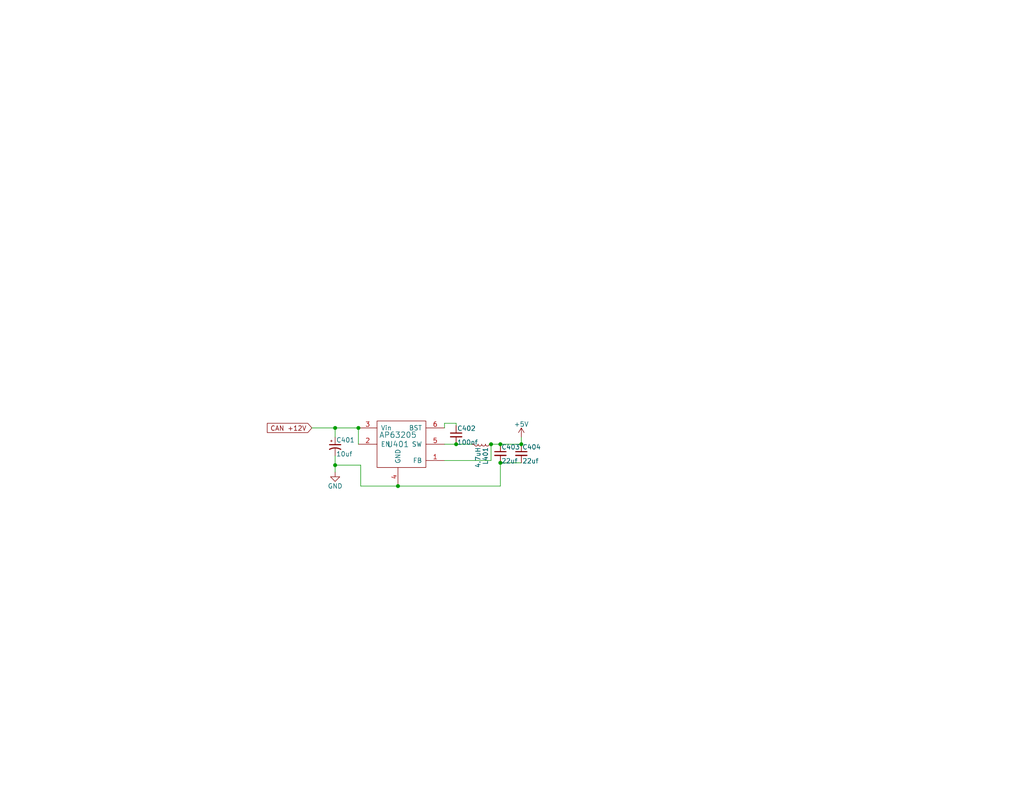
<source format=kicad_sch>
(kicad_sch (version 20211123) (generator eeschema)
  (paper "USLetter")
  (title_block (title "ESP32 S3 Multifunction Board") (rev "1.0") (company "Deepwoods Software") (comment 1 "Power Supply"))
  (lib_symbols
    (symbol "ESP32-Mini32-OctalBuffer-rescue:+5V" (power) (pin_names (offset 0))
      (property "Value" "+5V" (at 0 3.556 0))
      (symbol "+5V_0_1"
        (polyline (pts (xy -0.762 1.27) (xy 0 2.54)))
        (polyline (pts (xy 0 0) (xy 0 2.54)))
        (polyline (pts (xy 0 2.54) (xy 0.762 1.27)))
      )
      (symbol "+5V_1_1"
        (pin power_in line (at 0 0 90) (length 0) hide (name "+5V") (number "1"))
      )
    )
    (symbol "ESP32-Mini32-OctalBuffer-rescue:CP1_Small" (pin_numbers hide) (pin_names (offset 0.254) hide)
      (property "Reference" "C" (at 0.254 1.778 0))
      (property "Value" "CP1_Small" (at 0.254 -2.032 0))
      (symbol "CP1_Small_0_1"
        (polyline (pts (xy -1.524 0.508) (xy 1.524 0.508)) (stroke (width 0.3048)))
        (polyline (pts (xy -1.27 1.524) (xy -0.762 1.524)))
        (polyline (pts (xy -1.016 1.27) (xy -1.016 1.778)))
        (arc (start 1.524 -0.762) (mid 0 -0.3734) (end -1.524 -0.762) (stroke (width 0.3048)))
      )
      (symbol "CP1_Small_1_1"
        (pin passive line (at 0 2.54 270) (length 2.032) (name "~") (number "1"))
        (pin passive line (at 0 -2.54 90) (length 2.032) (name "~") (number "2"))
      )
    )
    (symbol "ESP32-Mini32-OctalBuffer-rescue:C_Small" (pin_numbers hide) (pin_names (offset 0.254) hide)
      (property "Reference" "C" (at 0.254 1.778 0))
      (property "Value" "C_Small" (at 0.254 -2.032 0))
      (symbol "C_Small_0_1"
        (polyline (pts (xy -1.524 -0.508) (xy 1.524 -0.508)) (stroke (width 0.3302)))
        (polyline (pts (xy -1.524 0.508) (xy 1.524 0.508)) (stroke (width 0.3048)))
      )
      (symbol "C_Small_1_1"
        (pin passive line (at 0 2.54 270) (length 2.032) (name "~") (number "1"))
        (pin passive line (at 0 -2.54 90) (length 2.032) (name "~") (number "2"))
      )
    )
    (symbol "ESP32-Mini32-OctalBuffer-rescue:GND" (power) (pin_names (offset 0))
      (property "Value" "GND" (at 0 -3.81 0))
      (symbol "GND_0_1"
        (polyline (pts (xy 0 0) (xy 0 -1.27) (xy 1.27 -1.27) (xy 0 -2.54) (xy -1.27 -1.27) (xy 0 -1.27)))
      )
      (symbol "GND_1_1"
        (pin power_in line (at 0 0 270) (length 0) hide (name "GND") (number "1"))
      )
    )
    (symbol "ESP32-Mini32-OctalBuffer-rescue:L_Small" (pin_numbers hide) (pin_names (offset 0.254) hide)
      (property "Reference" "L" (at 0.762 1.016 0))
      (property "Value" "L_Small" (at 0.762 -1.016 0))
      (symbol "L_Small_0_1"
        (arc (start 0 -2.032) (mid 0.508 -1.524) (end 0 -1.016))
        (arc (start 0 -1.016) (mid 0.508 -0.508) (end 0 0))
        (arc (start 0 0) (mid 0.508 0.508) (end 0 1.016))
        (arc (start 0 1.016) (mid 0.508 1.524) (end 0 2.032))
      )
      (symbol "L_Small_1_1"
        (pin passive line (at 0 2.54 270) (length 0.508) (name "~") (number "1"))
        (pin passive line (at 0 -2.54 90) (length 0.508) (name "~") (number "2"))
      )
    )
    (symbol "ap63205:AP63205" (pin_names (offset 1.016))
      (property "Reference" "U" (at 0 0 0))
      (property "Value" "AP63205" (at 0 2.54 0))
      (symbol "AP63205_0_1"
        (rectangle (start -5.715 6.35) (end 7.62 -6.35))
      )
      (symbol "AP63205_1_1"
        (pin unspecified line (at 12.7 -4.445 180) (length 5.08) (name "FB") (number "1"))
        (pin input line (at -10.795 0 0) (length 5.08) (name "EN") (number "2"))
        (pin power_in line (at -10.795 4.445 0) (length 5.08) (name "Vin") (number "3"))
        (pin power_in line (at 0 -11.43 90) (length 5.08) (name "GND") (number "4"))
        (pin unspecified line (at 12.7 0 180) (length 5.08) (name "SW") (number "5"))
        (pin unspecified line (at 12.7 4.445 180) (length 5.08) (name "BST") (number "6"))
      )
    )
  )
  (junction (at 91.44 116.84))
  (junction (at 142.24 121.285))
  (junction (at 136.525 121.285))
  (junction (at 91.44 127))
  (junction (at 136.525 126.365))
  (junction (at 108.585 132.715))
  (junction (at 124.46 121.285))
  (junction (at 97.79 116.84))
  (junction (at 133.985 121.285))
  (wire (pts (xy 133.985 125.73) (xy 133.985 121.285)))
  (wire (pts (xy 121.285 121.285) (xy 124.46 121.285)))
  (wire (pts (xy 98.425 127) (xy 91.44 127)))
  (wire (pts (xy 133.985 121.285) (xy 136.525 121.285)))
  (wire (pts (xy 108.585 132.715) (xy 136.525 132.715)))
  (wire (pts (xy 91.44 116.84) (xy 97.79 116.84)))
  (wire (pts (xy 98.425 132.715) (xy 108.585 132.715)))
  (wire (pts (xy 85.09 116.84) (xy 91.44 116.84)))
  (wire (pts (xy 133.985 125.73) (xy 121.285 125.73)))
  (wire (pts (xy 121.285 115.57) (xy 124.46 115.57)))
  (wire (pts (xy 142.24 126.365) (xy 136.525 126.365)))
  (wire (pts (xy 136.525 126.365) (xy 136.525 132.715)))
  (wire (pts (xy 91.44 119.38) (xy 91.44 116.84)))
  (wire (pts (xy 121.285 116.84) (xy 121.285 115.57)))
  (wire (pts (xy 142.24 121.285) (xy 142.24 119.38)))
  (wire (pts (xy 91.44 127) (xy 91.44 128.905)))
  (wire (pts (xy 97.79 116.84) (xy 97.79 121.285)))
  (wire (pts (xy 136.525 121.285) (xy 142.24 121.285)))
  (wire (pts (xy 124.46 121.285) (xy 128.905 121.285)))
  (wire (pts (xy 91.44 124.46) (xy 91.44 127)))
  (wire (pts (xy 124.46 115.57) (xy 124.46 116.205)))
  (wire (pts (xy 98.425 132.715) (xy 98.425 127)))
  (global_label "CAN +12V" (shape input) (at 85.09 116.84 180) (property "Intersheet References" "${INTERSHEET_REFS}" (effects hide)))
  (symbol (lib_id "ESP32-Mini32-OctalBuffer-rescue:+5V") (at 142.24 119.38 0) (unit 1)
    (property "Reference" "#PWR012" (effects hide))
    (property "Value" "+5V" (at 142.24 115.824 0))
  )
  (symbol (lib_id "ap63205:AP63205") (at 108.585 121.285 0) (unit 1)
    (property "Reference" "U401" (at 108.585 121.285 0) (effects (font (size 1.524 1.524))))
    (property "Value" "AP63205" (at 108.585 118.745 0) (effects (font (size 1.524 1.524))))
    (property "Footprint" "TO_SOT_Packages_SMD:TSOT-23-6_MK06A" (effects hide))
    (property "Mouser Part Number" "621-AP63205WU-7" (effects hide))
    (property "LCSC" "C2071056" (effects hide))
  )
  (symbol (lib_id "ESP32-Mini32-OctalBuffer-rescue:CP1_Small") (at 91.44 121.92 0) (unit 1)
    (property "Reference" "C401" (at 91.694 120.142 0) (effects (justify left)))
    (property "Value" "10uf" (at 91.694 123.952 0) (effects (justify left)))
    (property "Footprint" "Capacitors_SMD:CP_Elec_5x5.3" (effects hide))
    (property "Mouser Part Number" "710-865230542002" (effects hide))
    (property "LCSC" "C3829514" (effects hide))
  )
  (symbol (lib_id "ESP32-Mini32-OctalBuffer-rescue:GND") (at 91.44 128.905 0) (unit 1)
    (property "Reference" "#PWR013" (effects hide))
    (property "Value" "GND" (at 91.44 132.715 0))
  )
  (symbol (lib_id "ESP32-Mini32-OctalBuffer-rescue:C_Small") (at 124.46 118.745 0) (unit 1)
    (property "Reference" "C402" (at 124.714 116.967 0) (effects (justify left)))
    (property "Value" "100nf" (at 124.714 120.777 0) (effects (justify left)))
    (property "Footprint" "Capacitors_SMD:C_0603" (effects hide))
    (property "Mouser Part Number" "710-885012206020" (effects hide))
    (property "LCSC" "C519438" (effects hide))
  )
  (symbol (lib_id "ESP32-Mini32-OctalBuffer-rescue:L_Small") (at 131.445 121.285 270) (unit 1)
    (property "Reference" "L401" (at 132.461 122.047 0) (effects (justify left)))
    (property "Value" "4.7uH" (at 130.429 122.047 0) (effects (justify left)))
    (property "Footprint" "Inductors_SMD:L_7.3x7.3_H4.5" (effects hide))
    (property "Mouser Part Number" "81-B1047AS-4R7NP3" (effects hide))
    (property "LCSC" "C2044950" (effects hide))
  )
  (symbol (lib_id "ESP32-Mini32-OctalBuffer-rescue:C_Small") (at 136.525 123.825 0) (unit 1)
    (property "Reference" "C403" (at 136.779 122.047 0) (effects (justify left)))
    (property "Value" "22uf" (at 136.779 125.857 0) (effects (justify left)))
    (property "Footprint" "Capacitors_SMD:C_0603" (effects hide))
    (property "Mouser Part Number" "603-CC0603MRX6S5B226" (effects hide))
    (property "LCSC" "C723633" (effects hide))
  )
  (symbol (lib_id "ESP32-Mini32-OctalBuffer-rescue:C_Small") (at 142.24 123.825 0) (unit 1)
    (property "Reference" "C404" (at 142.494 122.047 0) (effects (justify left)))
    (property "Value" "22uf" (at 142.494 125.857 0) (effects (justify left)))
    (property "Footprint" "Capacitors_SMD:C_0603" (effects hide))
    (property "Mouser Part Number" "603-CC0603MRX6S5B226" (effects hide))
    (property "LCSC" "C723633" (effects hide))
  )
)
</source>
